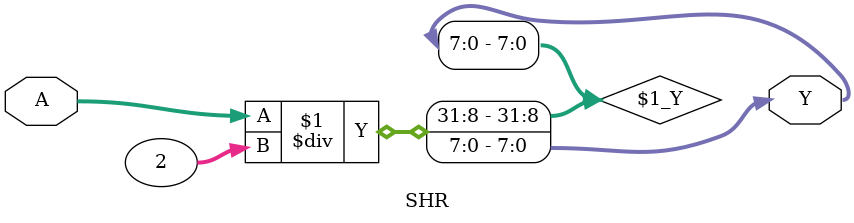
<source format=v>
module SHR(
  input [7:0] A,
  output [7:0] Y
);

  assign Y = A / 2;

endmodule

</source>
